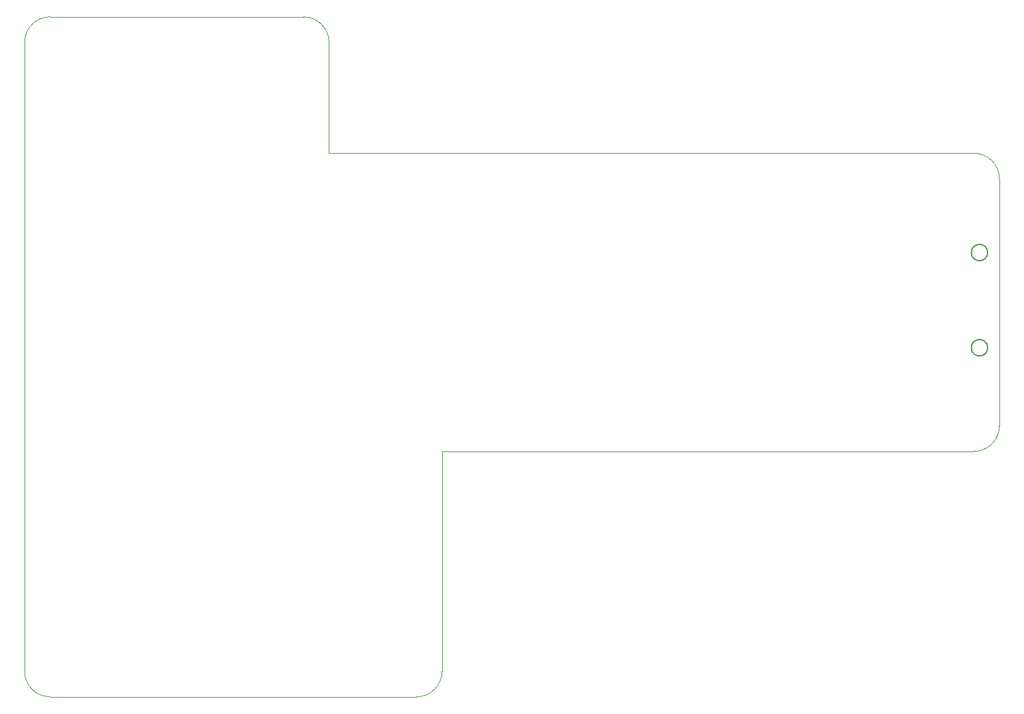
<source format=gbr>
%TF.GenerationSoftware,KiCad,Pcbnew,9.0.3*%
%TF.CreationDate,2025-12-08T23:35:03+00:00*%
%TF.ProjectId,V9958AdapterTC01,56393935-3841-4646-9170-746572544330,rev?*%
%TF.SameCoordinates,Original*%
%TF.FileFunction,Profile,NP*%
%FSLAX46Y46*%
G04 Gerber Fmt 4.6, Leading zero omitted, Abs format (unit mm)*
G04 Created by KiCad (PCBNEW 9.0.3) date 2025-12-08 23:35:03*
%MOMM*%
%LPD*%
G01*
G04 APERTURE LIST*
%TA.AperFunction,Profile*%
%ADD10C,0.050000*%
%TD*%
%TA.AperFunction,Profile*%
%ADD11C,0.200000*%
%TD*%
G04 APERTURE END LIST*
D10*
X158720000Y-80530000D02*
X158720000Y-47290000D01*
X31090000Y-116950271D02*
X80360000Y-116960000D01*
X65160000Y-25525381D02*
X31095018Y-25520208D01*
X83790000Y-113530000D02*
X83790000Y-83960000D01*
X27665376Y-28950000D02*
X27660000Y-113520000D01*
X65160000Y-25525381D02*
G75*
G02*
X68590019Y-28955381I0J-3430019D01*
G01*
X68590000Y-43860000D02*
X68590000Y-28955381D01*
X83790000Y-83960000D02*
X155290000Y-83960000D01*
X83790000Y-113530000D02*
G75*
G02*
X80360000Y-116960000I-3430000J0D01*
G01*
D11*
X157140000Y-70020000D02*
G75*
G02*
X154940000Y-70020000I-1100000J0D01*
G01*
X154940000Y-70020000D02*
G75*
G02*
X157140000Y-70020000I1100000J0D01*
G01*
D10*
X27665018Y-28950000D02*
G75*
G02*
X31095018Y-25520018I3429982J0D01*
G01*
D11*
X157140000Y-57220000D02*
G75*
G02*
X154940000Y-57220000I-1100000J0D01*
G01*
X154940000Y-57220000D02*
G75*
G02*
X157140000Y-57220000I1100000J0D01*
G01*
D10*
X158720000Y-80530000D02*
G75*
G02*
X155290000Y-83960000I-3430000J0D01*
G01*
X31090000Y-116950000D02*
G75*
G02*
X27660000Y-113520000I0J3430000D01*
G01*
X155290000Y-43860000D02*
G75*
G02*
X158720000Y-47290000I0J-3430000D01*
G01*
X155290000Y-43860000D02*
X68590000Y-43860000D01*
M02*

</source>
